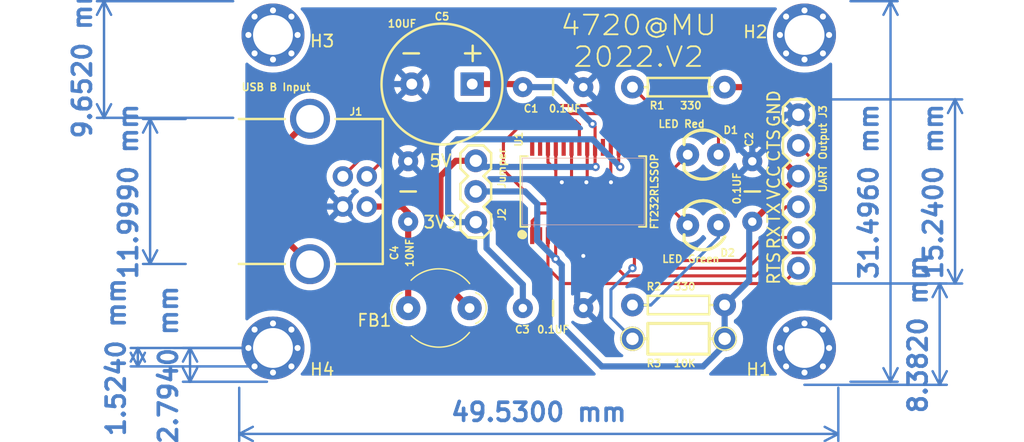
<source format=kicad_pcb>
(kicad_pcb (version 20211014) (generator pcbnew)
  (title_block (title "USB to UART Converter") (date "2022-09-28") (rev "2.0") (company "Cristinel Ababei"))
  (layers (0 "F.Cu" signal) (31 "B.Cu" signal) (34 "B.Paste" user) (35 "F.Paste" user) (36 "B.SilkS" user "B.Silkscreen") (37 "F.SilkS" user "F.Silkscreen") (38 "B.Mask" user) (39 "F.Mask" user) (44 "Edge.Cuts" user))
  (net 0 "")
  (net 1 "/TX")
  (net 3 "/RTS")
  (net 4 "VCCIO")
  (net 5 "/RX")
  (net 7 "GND")
  (net 10 "/CTS")
  (net 13 "Net-(R3-PadP$1)")
  (net 14 "Net-(U1-Pad15)")
  (net 15 "Net-(U1-Pad16)")
  (net 16 "/3V3OUT")
  (net 18 "/VCC")
  (net 19 "Net-(D2-PadK)")
  (net 20 "Net-(D1-PadK)")
  (net 23 "Net-(D1-PadA)")
  (net 24 "Net-(D2-PadA)")
  (net 25 "Net-(C4-Pad1)")
  (net 26 "Net-(J1-PadSHLD)")
  (footprint "Capacitors:CAP-PTH-5MM" (layer "F.Cu") (at 128.05664 146.812)
    (fp_text reference "C3" (at -2.54 1.778) (layer "F.SilkS") (effects (font (size 0.6096 0.6096) (thickness 0.127))))
    (fp_text value "0.1UF" (at 0 1.778) (layer "F.SilkS") (effects (font (size 0.6096 0.6096) (thickness 0.127))))
    (pad "1" thru_hole circle locked (at -2.49936 0) (size 1.651 1.651) (drill 0.6985) (layers *.Cu *.Mask) (net 16 "/3V3OUT"))
    (pad "2" thru_hole circle locked (at 2.49936 0) (size 1.651 1.651) (drill 0.6985) (layers *.Cu *.Mask) (net 7 "GND"))
  )
  (footprint "Hardware:STANDOFF_GROUNDING" (layer "F.Cu") (at 148.844 150.114)
    (fp_text reference "H1" (at -3.81 1.778) (layer "F.SilkS"))
    (fp_text value "1")
    (pad "1" thru_hole circle locked (at 1.524 1.524) (size 0.5 0.5) (drill 0.5) (layers *.Cu *.Mask))
    (pad "1" thru_hole circle locked (at 1.524 -1.524) (size 0.5 0.5) (drill 0.5) (layers *.Cu *.Mask))
    (pad "1" thru_hole circle locked (at -2.032 0) (size 0.5 0.5) (drill 0.5) (layers *.Cu *.Mask))
    (pad "1" thru_hole circle locked (at -1.524 1.524) (size 0.5 0.5) (drill 0.5) (layers *.Cu *.Mask))
    (pad "1" thru_hole circle locked (at 0 0) (size 5.2 5.2) (drill 3.302) (layers *.Cu *.Mask))
    (pad "1" thru_hole circle locked (at 0 -2.032) (size 0.5 0.5) (drill 0.5) (layers *.Cu *.Mask))
    (pad "1" thru_hole circle locked (at -1.524 -1.524) (size 0.5 0.5) (drill 0.5) (layers *.Cu *.Mask))
    (pad "1" thru_hole circle locked (at 0 2.032) (size 0.5 0.5) (drill 0.5) (layers *.Cu *.Mask))
    (pad "1" thru_hole circle locked (at 2.032 0) (size 0.5 0.5) (drill 0.5) (layers *.Cu *.Mask))
  )
  (footprint "Capacitors:CAP-PTH-5MM" (layer "F.Cu") (at 116.078 137.16 90)
    (fp_text reference "C4" (at -5.08 -1.143 90) (layer "F.SilkS") (effects (font (size 0.6096 0.6096) (thickness 0.127))))
    (fp_text value "10NF" (at -5.08 0.127 90) (layer "F.SilkS") (effects (font (size 0.6096 0.6096) (thickness 0.127))))
    (pad "1" thru_hole circle locked (at -2.49936 0 90) (size 1.651 1.651) (drill 0.6985) (layers *.Cu *.Mask) (net 25 "Net-(C4-Pad1)"))
    (pad "2" thru_hole circle locked (at 2.49936 0 90) (size 1.651 1.651) (drill 0.6985) (layers *.Cu *.Mask) (net 7 "GND"))
  )
  (footprint "Capacitors:CAP-PTH-5MM" (layer "F.Cu") (at 128.05664 128.524)
    (fp_text reference "C1" (at -1.81864 1.778) (layer "F.SilkS") (effects (font (size 0.6096 0.6096) (thickness 0.127))))
    (fp_text value "0.1UF" (at 0.97536 1.778) (layer "F.SilkS") (effects (font (size 0.6096 0.6096) (thickness 0.127))))
    (pad "1" thru_hole circle locked (at -2.49936 0) (size 1.651 1.651) (drill 0.6985) (layers *.Cu *.Mask) (net 18 "/VCC"))
    (pad "2" thru_hole circle locked (at 2.49936 0) (size 1.651 1.651) (drill 0.6985) (layers *.Cu *.Mask) (net 7 "GND"))
  )
  (footprint "Hardware:STANDOFF_GROUNDING" (layer "F.Cu") (at 104.902 150.114)
    (fp_text reference "H4" (at 4.064 1.778) (layer "F.SilkS"))
    (fp_text value "4")
    (pad "1" thru_hole circle locked (at -2.032 0) (size 0.5 0.5) (drill 0.5) (layers *.Cu *.Mask))
    (pad "1" thru_hole circle locked (at -1.524 1.524) (size 0.5 0.5) (drill 0.5) (layers *.Cu *.Mask))
    (pad "1" thru_hole circle locked (at 0 -2.032) (size 0.5 0.5) (drill 0.5) (layers *.Cu *.Mask))
    (pad "1" thru_hole circle locked (at -1.524 -1.524) (size 0.5 0.5) (drill 0.5) (layers *.Cu *.Mask))
    (pad "1" thru_hole circle locked (at 2.032 0) (size 0.5 0.5) (drill 0.5) (layers *.Cu *.Mask))
    (pad "1" thru_hole circle locked (at 1.524 1.524) (size 0.5 0.5) (drill 0.5) (layers *.Cu *.Mask))
    (pad "1" thru_hole circle locked (at 1.524 -1.524) (size 0.5 0.5) (drill 0.5) (layers *.Cu *.Mask))
    (pad "1" thru_hole circle locked (at 0 0) (size 5.2 5.2) (drill 3.302) (layers *.Cu *.Mask))
    (pad "1" thru_hole circle locked (at 0 2.032) (size 0.5 0.5) (drill 0.5) (layers *.Cu *.Mask))
  )
  (footprint "Connectors:USB-B-PTH" (layer "F.Cu") (at 106.68 137.16)
    (fp_text reference "J1" (at 5.08 -6.604) (layer "F.SilkS") (effects (font (size 0.6096 0.6096) (thickness 0.127))))
    (fp_text value "USB B Input" (at -1.524 -8.636) (layer "F.SilkS") (effects (font (size 0.6096 0.6096) (thickness 0.127))))
    (pad "D+" thru_hole circle locked (at 3.99796 -1.24968) (size 1.6764 1.6764) (drill 0.9144) (layers *.Cu *.Mask) (net 14 "Net-(U1-Pad15)"))
    (pad "D-" thru_hole circle locked (at 5.97916 -1.24968) (size 1.6764 1.6764) (drill 0.9144) (layers *.Cu *.Mask) (net 15 "Net-(U1-Pad16)"))
    (pad "GND" thru_hole circle locked (at 3.99796 1.24968) (size 1.6764 1.6764) (drill 0.9144) (layers *.Cu *.Mask) (net 7 "GND"))
    (pad "SHLD" thru_hole circle locked (at 1.28016 -6.0198) (size 3.302 3.302) (drill 2.286) (layers *.Cu *.Mask) (net 26 "Net-(J1-PadSHLD)"))
    (pad "SHLD" thru_hole circle locked (at 1.28016 6.0198) (size 3.302 3.302) (drill 2.286) (layers *.Cu *.Mask) (net 26 "Net-(J1-PadSHLD)"))
    (pad "VBUS" thru_hole circle locked (at 5.97916 1.24968) (size 1.6764 1.6764) (drill 0.9144) (layers *.Cu *.Mask) (net 25 "Net-(C4-Pad1)"))
  )
  (footprint "Connectors:1X06" (layer "F.Cu") (at 148.336 130.81 -90)
    (fp_text reference "J3" (at -0.254 -2.032 90) (layer "F.SilkS") (effects (font (size 0.6096 0.6096) (thickness 0.127))))
    (fp_text value "UART Output" (at 3.556 -2.032 90) (layer "F.SilkS") (effects (font (size 0.6096 0.6096) (thickness 0.127))))
    (pad "1" thru_hole circle locked (at 0 0 270) (size 1.8796 1.8796) (drill 1.016) (layers *.Cu *.Mask) (net 7 "GND"))
    (pad "2" thru_hole circle locked (at 2.54 0 270) (size 1.8796 1.8796) (drill 1.016) (layers *.Cu *.Mask) (net 10 "/CTS"))
    (pad "3" thru_hole circle locked (at 5.08 0 270) (size 1.8796 1.8796) (drill 1.016) (layers *.Cu *.Mask) (net 4 "VCCIO"))
    (pad "4" thru_hole circle locked (at 7.62 0 270) (size 1.8796 1.8796) (drill 1.016) (layers *.Cu *.Mask) (net 1 "/TX"))
    (pad "5" thru_hole circle locked (at 10.16 0 270) (size 1.8796 1.8796) (drill 1.016) (layers *.Cu *.Mask) (net 5 "/RX"))
    (pad "6" thru_hole circle locked (at 12.7 0 270) (size 1.8796 1.8796) (drill 1.016) (layers *.Cu *.Mask) (net 3 "/RTS"))
  )
  (footprint "Resistors:AXIAL-0.3" (layer "F.Cu") (at 138.43 128.524)
    (fp_text reference "R1" (at -1.778 1.524) (layer "F.SilkS") (effects (font (size 0.6096 0.6096) (thickness 0.127))))
    (fp_text value "330" (at 1.016 1.524) (layer "F.SilkS") (effects (font (size 0.6096 0.6096) (thickness 0.127))))
    (pad "P$1" thru_hole circle locked (at -3.81 0) (size 1.8796 1.8796) (drill 0.89916) (layers *.Cu *.Mask) (net 23 "Net-(D1-PadA)"))
    (pad "P$2" thru_hole circle locked (at 3.81 0) (size 1.8796 1.8796) (drill 0.89916) (layers *.Cu *.Mask) (net 4 "VCCIO"))
  )
  (footprint "Resistors:AXIAL-0.3-KIT" (layer "F.Cu") (at 138.43 149.352)
    (fp_text reference "R3" (at -2.032 2.032) (layer "F.SilkS") (effects (font (size 0.6096 0.6096) (thickness 0.127))))
    (fp_text value "10K" (at 0.508 2.032) (layer "F.SilkS") (effects (font (size 0.6096 0.6096) (thickness 0.127))))
    (pad "P$1" thru_hole circle locked (at -3.81 0) (size 2.032 2.032) (drill 1.016) (layers *.Cu *.Mask) (net 13 "Net-(R3-PadP$1)"))
    (pad "P$2" thru_hole circle locked (at 3.81 0) (size 2.032 2.032) (drill 1.016) (layers *.Cu *.Mask) (net 4 "VCCIO"))
  )
  (footprint "Ferrite_THT:LairdTech_28C0236-0JW-10" (layer "F.Cu") (at 116.078 146.812)
    (fp_text reference "FB1" (at -2.794 1.016) (layer "F.SilkS"))
    (fp_text value "FerriteBead")
    (pad "1" thru_hole circle (at 0 0) (size 2 2) (drill 0.8) (layers *.Cu *.Mask) (net 25 "Net-(C4-Pad1)"))
    (pad "2" thru_hole circle (at 5.08 0) (size 2 2) (drill 0.8) (layers *.Cu *.Mask) (net 18 "/VCC"))
  )
  (footprint "Hardware:STANDOFF_GROUNDING" (layer "F.Cu") (at 148.844 124.206)
    (fp_text reference "H2" (at -4.064 -0.254) (layer "F.SilkS"))
    (fp_text value "2")
    (pad "1" thru_hole circle locked (at 2.032 0) (size 0.5 0.5) (drill 0.5) (layers *.Cu *.Mask))
    (pad "1" thru_hole circle locked (at 0 2.032) (size 0.5 0.5) (drill 0.5) (layers *.Cu *.Mask))
    (pad "1" thru_hole circle locked (at 0 -2.032) (size 0.5 0.5) (drill 0.5) (layers *.Cu *.Mask))
    (pad "1" thru_hole circle locked (at 1.524 1.524) (size 0.5 0.5) (drill 0.5) (layers *.Cu *.Mask))
    (pad "1" thru_hole circle locked (at 1.524 -1.524) (size 0.5 0.5) (drill 0.5) (layers *.Cu *.Mask))
    (pad "1" thru_hole circle locked (at -2.032 0) (size 0.5 0.5) (drill 0.5) (layers *.Cu *.Mask))
    (pad "1" thru_hole circle locked (at -1.524 -1.524) (size 0.5 0.5) (drill 0.5) (layers *.Cu *.Mask))
    (pad "1" thru_hole circle locked (at 0 0) (size 5.2 5.2) (drill 3.302) (layers *.Cu *.Mask))
    (pad "1" thru_hole circle locked (at -1.524 1.524) (size 0.5 0.5) (drill 0.5) (layers *.Cu *.Mask))
  )
  (footprint "LED:LED_3MM" (layer "F.Cu") (at 140.462 139.954 180)
    (fp_text reference "D2" (at -2.032 -2.286) (layer "F.SilkS") (effects (font (size 0.6096 0.6096) (thickness 0.127))))
    (fp_text value "LED Green" (at 1.016 -2.794) (layer "F.SilkS") (effects (font (size 0.6096 0.6096) (thickness 0.127))))
    (pad "A" thru_hole circle locked (at -1.27 0 180) (size 1.8796 1.8796) (drill 0.8128) (layers *.Cu *.Mask) (net 24 "Net-(D2-PadA)"))
    (pad "K" thru_hole circle locked (at 1.27 0 180) (size 1.8796 1.8796) (drill 0.8128) (layers *.Cu *.Mask) (net 19 "Net-(D2-PadK)"))
  )
  (footprint "Silicon-Standard:SSOP28DB" (layer "F.Cu") (at 130.556 137.16)
    (fp_text reference "U1" (at -5.334 -4.318 90) (layer "F.SilkS") (effects (font (size 0.6096 0.6096) (thickness 0.127))))
    (fp_text value "FT232RLSSOP" (at 5.88518 0 90) (layer "F.SilkS") (effects (font (size 0.6096 0.6096) (thickness 0.127))))
    (pad "1" smd rect locked (at -4.22402 3.65506) (size 0.34798 1.397) (layers "F.Cu" "F.Paste" "F.Mask") (net 1 "/TX"))
    (pad "2" smd rect locked (at -3.57378 3.65506) (size 0.34798 1.397) (layers "F.Cu" "F.Paste" "F.Mask"))
    (pad "3" smd rect locked (at -2.92354 3.65506) (size 0.34798 1.397) (layers "F.Cu" "F.Paste" "F.Mask") (net 3 "/RTS"))
    (pad "4" smd rect locked (at -2.2733 3.65506) (size 0.34798 1.397) (layers "F.Cu" "F.Paste" "F.Mask") (net 4 "VCCIO"))
    (pad "5" smd rect locked (at -1.62306 3.65506) (size 0.34798 1.397) (layers "F.Cu" "F.Paste" "F.Mask") (net 5 "/RX"))
    (pad "6" smd rect locked (at -0.97282 3.65506) (size 0.34798 1.397) (layers "F.Cu" "F.Paste" "F.Mask"))
    (pad "7" smd rect locked (at -0.32258 3.65506) (size 0.34798 1.397) (layers "F.Cu" "F.Paste" "F.Mask") (net 7 "GND"))
    (pad "8" smd rect locked (at 0.32258 3.65506) (size 0.34798 1.397) (layers "F.Cu" "F.Paste" "F.Mask"))
    (pad "9" smd rect locked (at 0.97282 3.65506) (size 0.34798 1.397) (layers "F.Cu" "F.Paste" "F.Mask"))
    (pad "10" smd rect locked (at 1.62306 3.65506) (size 0.34798 1.397) (layers "F.Cu" "F.Paste" "F.Mask"))
    (pad "11" smd rect locked (at 2.2733 3.65506) (size 0.34798 1.397) (layers "F.Cu" "F.Paste" "F.Mask") (net 10 "/CTS"))
    (pad "12" smd rect locked (at 2.92354 3.65506) (size 0.34798 1.397) (layers "F.Cu" "F.Paste" "F.Mask"))
    (pad "13" smd rect locked (at 3.57378 3.65506) (size 0.34798 1.397) (layers "F.Cu" "F.Paste" "F.Mask"))
    (pad "14" smd rect locked (at 4.22402 3.65506) (size 0.34798 1.397) (layers "F.Cu" "F.Paste" "F.Mask") (net 13 "Net-(R3-PadP$1)"))
    (pad "15" smd rect locked (at 4.22402 -3.65506) (size 0.34798 1.397) (layers "F.Cu" "F.Paste" "F.Mask") (net 14 "Net-(U1-Pad15)"))
    (pad "16" smd rect locked (at 3.57378 -3.65506) (size 0.34798 1.397) (layers "F.Cu" "F.Paste" "F.Mask") (net 15 "Net-(U1-Pad16)"))
    (pad "17" smd rect locked (at 2.92354 -3.65506) (size 0.34798 1.397) (layers "F.Cu" "F.Paste" "F.Mask") (net 16 "/3V3OUT"))
    (pad "18" smd rect locked (at 2.2733 -3.65506) (size 0.34798 1.397) (layers "F.Cu" "F.Paste" "F.Mask") (net 7 "GND"))
    (pad "19" smd rect locked (at 1.62306 -3.65506) (size 0.34798 1.397) (layers "F.Cu" "F.Paste" "F.Mask"))
    (pad "20" smd rect locked (at 0.97282 -3.65506) (size 0.34798 1.397) (layers "F.Cu" "F.Paste" "F.Mask") (net 18 "/VCC"))
    (pad "21" smd rect locked (at 0.32258 -3.65506) (size 0.34798 1.397) (layers "F.Cu" "F.Paste" "F.Mask") (net 7 "GND"))
    (pad "22" smd rect locked (at -0.32258 -3.65506) (size 0.34798 1.397) (layers "F.Cu" "F.Paste" "F.Mask") (net 19 "Net-(D2-PadK)"))
    (pad "23" smd rect locked (at -0.97282 -3.65506) (size 0.34798 1.397) (layers "F.Cu" "F.Paste" "F.Mask") (net 20 "Net-(D1-PadK)"))
    (pad "24" smd rect locked (at -1.62306 -3.65506) (size 0.34798 1.397) (layers "F.Cu" "F.Paste" "F.Mask"))
    (pad "25" smd rect locked (at -2.2733 -3.65506) (size 0.34798 1.397) (layers "F.Cu" "F.Paste" "F.Mask") (net 7 "GND"))
    (pad "26" smd rect locked (at -2.92354 -3.65506) (size 0.34798 1.397) (layers "F.Cu" "F.Paste" "F.Mask") (net 7 "GND"))
    (pad "27" smd rect locked (at -3.57378 -3.65506) (size 0.34798 1.397) (layers "F.Cu" "F.Paste" "F.Mask"))
    (pad "28" smd rect locked (at -4.22402 -3.65506) (size 0.34798 1.397) (layers "F.Cu" "F.Paste" "F.Mask"))
  )
  (footprint "Capacitors:CAP-PTH-5MM" (layer "F.Cu") (at 144.526 137.16 90)
    (fp_text reference "C2" (at 4.318 -0.254 90) (layer "F.SilkS") (effects (font (size 0.6096 0.6096) (thickness 0.127))))
    (fp_text value "0.1UF" (at 0.254 -1.27 90) (layer "F.SilkS") (effects (font (size 0.6096 0.6096) (thickness 0.127))))
    (pad "1" thru_hole circle locked (at -2.49936 0 90) (size 1.651 1.651) (drill 0.6985) (layers *.Cu *.Mask) (net 4 "VCCIO"))
    (pad "2" thru_hole circle locked (at 2.49936 0 90) (size 1.651 1.651) (drill 0.6985) (layers *.Cu *.Mask) (net 7 "GND"))
  )
  (footprint "Connectors:1X03" (layer "F.Cu") (at 121.666 139.7 90)
    (fp_text reference "J2" (at 0.635 2.159 90) (layer "F.SilkS") (effects (font (size 0.6096 0.6096) (thickness 0.127))))
    (fp_text value "Jumper" (at 4.445 2.159 90) (layer "F.SilkS") (effects (font (size 0.6096 0.6096) (thickness 0.127))))
    (pad "1" thru_hole circle locked (at 0 0 90) (size 1.8796 1.8796) (drill 1.016) (layers *.Cu *.Mask) (net 16 "/3V3OUT"))
    (pad "2" thru_hole circle locked (at 2.54 0 90) (size 1.8796 1.8796) (drill 1.016) (layers *.Cu *.Mask) (net 4 "VCCIO"))
    (pad "3" thru_hole circle locked (at 5.08 0 90) (size 1.8796 1.8796) (drill 1.016) (layers *.Cu *.Mask) (net 18 "/VCC"))
  )
  (footprint "Resistors:AXIAL-0.3" (layer "F.Cu") (at 138.43 146.558)
    (fp_text reference "R2" (at -2.032 -1.524) (layer "F.SilkS") (effects (font (size 0.6096 0.6096) (thickness 0.127))))
    (fp_text value "330" (at 0.508 -1.524) (layer "F.SilkS") (effects (font (size 0.6096 0.6096) (thickness 0.127))))
    (pad "P$1" thru_hole circle locked (at -3.81 0) (size 1.8796 1.8796) (drill 0.89916) (layers *.Cu *.Mask) (net 24 "Net-(D2-PadA)"))
    (pad "P$2" thru_hole circle locked (at 3.81 0) (size 1.8796 1.8796) (drill 0.89916) (layers *.Cu *.Mask) (net 4 "VCCIO"))
  )
  (footprint "Capacitors:CPOL-RADIAL-5MM-10MM" (layer "F.Cu") (at 118.872 128.27)
    (fp_text reference "C5" (at 0 -5.588) (layer "F.SilkS") (effects (font (size 0.6096 0.6096) (thickness 0.127))))
    (fp_text value "10UF" (at -3.302 -4.99872) (layer "F.SilkS") (effects (font (size 0.6096 0.6096) (thickness 0.127))))
    (pad "+" thru_hole rect locked (at 2.49936 0) (size 1.9304 1.9304) (drill 0.89916) (layers *.Cu *.Mask) (net 18 "/VCC"))
    (pad "-" thru_hole circle locked (at -2.49936 0) (size 1.9304 1.9304) (drill 0.89916) (layers *.Cu *.Mask) (net 7 "GND"))
  )
  (footprint "Hardware:STANDOFF_GROUNDING" (layer "F.Cu") (at 104.902 124.206)
    (fp_text reference "H3" (at 4.064 0.508) (layer "F.SilkS"))
    (fp_text value "3")
    (pad "1" thru_hole circle locked (at 1.524 -1.524) (size 0.5 0.5) (drill 0.5) (layers *.Cu *.Mask))
    (pad "1" thru_hole circle locked (at 0 2.032) (size 0.5 0.5) (drill 0.5) (layers *.Cu *.Mask))
    (pad "1" thru_hole circle locked (at 0 -2.032) (size 0.5 0.5) (drill 0.5) (layers *.Cu *.Mask))
    (pad "1" thru_hole circle locked (at -2.032 0) (size 0.5 0.5) (drill 0.5) (layers *.Cu *.Mask))
    (pad "1" thru_hole circle locked (at -1.524 -1.524) (size 0.5 0.5) (drill 0.5) (layers *.Cu *.Mask))
    (pad "1" thru_hole circle locked (at -1.524 1.524) (size 0.5 0.5) (drill 0.5) (layers *.Cu *.Mask))
    (pad "1" thru_hole circle locked (at 1.524 1.524) (size 0.5 0.5) (drill 0.5) (layers *.Cu *.Mask))
    (pad "1" thru_hole circle locked (at 0 0) (size 5.2 5.2) (drill 3.302) (layers *.Cu *.Mask))
    (pad "1" thru_hole circle locked (at 2.032 0) (size 0.5 0.5) (drill 0.5) (layers *.Cu *.Mask))
  )
  (footprint "LED:LED_3MM" (layer "F.Cu") (at 140.462 134.112 180)
    (fp_text reference "D1" (at -2.286 2.032) (layer "F.SilkS") (effects (font (size 0.6096 0.6096) (thickness 0.127))))
    (fp_text value "LED Red" (at 1.778 2.54) (layer "F.SilkS") (effects (font (size 0.6096 0.6096) (thickness 0.127))))
    (pad "A" thru_hole circle locked (at -1.27 0 180) (size 1.8796 1.8796) (drill 0.8128) (layers *.Cu *.Mask) (net 23 "Net-(D1-PadA)"))
    (pad "K" thru_hole circle locked (at 1.27 0 180) (size 1.8796 1.8796) (drill 0.8128) (layers *.Cu *.Mask) (net 20 "Net-(D1-PadK)"))
  )
  (gr_line (start 102.108 131.064) (end 102.108 121.412) (layer "Edge.Cuts") (width 0.000025))
  (gr_line (start 102.108 121.412) (end 151.638 121.412) (layer "Edge.Cuts") (width 0.000025))
  (gr_line (start 151.638 121.412) (end 151.638 152.908) (layer "Edge.Cuts") (width 0.000025))
  (gr_line (start 102.108 152.908) (end 102.108 131.064) (layer "Edge.Cuts") (width 0.000025))
  (gr_line (start 151.638 152.908) (end 102.108 152.908) (layer "Edge.Cuts") (width 0.000025))
  (gr_text "GND" (at 146.304 130.302 90) (layer "F.SilkS") (effects (font (size 1 1))))
  (gr_text "RTS" (at 146.304 143.51 90) (layer "F.SilkS") (effects (font (size 1 1))))
  (gr_text "CTS" (at 146.304 133.35 90) (layer "F.SilkS") (effects (font (size 1 1))))
  (gr_text "4720@MU\n2022.V2" (at 135.128 124.714) (layer "F.SilkS") (effects (font (size 1.6256 1.778))))
  (gr_text "5V" (at 118.745 134.62) (layer "F.SilkS") (effects (font (size 1 1))))
  (gr_text "TX" (at 146.304 138.938 90) (layer "F.SilkS") (effects (font (size 1 1))))
  (gr_text "RX" (at 146.304 140.97 90) (layer "F.SilkS") (effects (font (size 1 1))))
  (gr_text "3V3" (at 118.745 139.7) (layer "F.SilkS") (effects (font (size 1 1))))
  (gr_text "VCC" (at 146.304 136.398 90) (layer "F.SilkS") (effects (font (size 1 1))))
  (dimension (type aligned) (layer "B.Cu") (pts (xy 149.606 144.78) (xy 149.606 129.54)) (height 11.684) (gr_text "0.6000 in" (at 159.49 137.16 90) (layer "B.Cu") (effects (font (size 1.5 1.5) (thickness 0.3)))) (format (units 3) (units_format 1) (precision 4)) (style (thickness 0.2) (arrow_length 1.27) (text_position_mode 0) (extension_height 0.58642) (extension_offset 0.5) keep_text_aligned))
  (dimension (type aligned) (layer "B.Cu") (pts (xy 152.146 152.908) (xy 152.146 121.412)) (height 3.81) (gr_text "1.2400 in" (at 154.156 137.16 90) (layer "B.Cu") (effects (font (size 1.5 1.5) (thickness 0.3)))) (format (units 3) (units_format 1) (precision 4)) (style (thickness 0.2) (arrow_length 1.27) (text_position_mode 0) (extension_height 0.58642) (extension_offset 0.5) keep_text_aligned))
  (dimension (type aligned) (layer "B.Cu") (pts (xy 102.108 152.908) (xy 151.638 152.908)) (height 4.318) (gr_text "1.9500 in" (at 126.873 155.426) (layer "B.Cu") (effects (font (size 1.5 1.5) (thickness 0.3)))) (format (units 3) (units_format 1) (precision 4)) (style (thickness 0.2) (arrow_length 1.27) (text_position_mode 0) (extension_height 0.58642) (extension_offset 0.5) keep_text_aligned))
  (dimension (type aligned) (layer "B.Cu") (pts (xy 102.108 131.064) (xy 102.108 121.412)) (height -11.176) (gr_text "0.3800 in" (at 89.132 126.238 90) (layer "B.Cu") (effects (font (size 1.5 1.5) (thickness 0.3)))) (format (units 3) (units_format 1) (precision 4)) (style (thickness 0.2) (arrow_length 1.27) (text_position_mode 0) (extension_height 0.58642) (extension_offset 0.5) keep_text_aligned))
  (dimension (type aligned) (layer "B.Cu") (pts (xy 104.902 150.114) (xy 104.902 151.638)) (height 11.176) (gr_text "0.0600 in" (at 91.926 150.876 90) (layer "B.Cu") (effects (font (size 1.5 1.5) (thickness 0.3)))) (format (units 3) (units_format 1) (precision 4)) (style (thickness 0.2) (arrow_length 1.27) (text_position_mode 0) (extension_height 0.58642) (extension_offset 0.5) keep_text_aligned))
  (dimension (type aligned) (layer "B.Cu") (pts (xy 148.336 144.78) (xy 148.336 153.162)) (height -11.684) (gr_text "0.3300 in" (at 158.22 148.971 90) (layer "B.Cu") (effects (font (size 1.5 1.5) (thickness 0.3)))) (format (units 3) (units_format 1) (precision 4)) (style (thickness 0.2) (arrow_length 1.27) (text_position_mode 0) (extension_height 0.58642) (extension_offset 0.5) keep_text_aligned))
  (dimension (type aligned) (layer "B.Cu") (pts (xy 104.902 152.908) (xy 104.902 150.114)) (height -6.858) (gr_text "0.1100 in" (at 96.244 151.511 90) (layer "B.Cu") (effects (font (size 1.5 1.5) (thickness 0.3)))) (format (units 3) (units_format 1) (precision 4)) (style (thickness 0.2) (arrow_length 1.27) (text_position_mode 0) (extension_height 0.58642) (extension_offset 0.5) keep_text_aligned))
  (dimension (type aligned) (layer "B.Cu") (pts (xy 98.18116 131.16052) (xy 98.18116 143.15948)) (height 3.43916) (gr_text "0.4724 in" (at 92.942 137.16 90) (layer "B.Cu") (effects (font (size 1.5 1.5) (thickness 0.3)))) (format (units 3) (units_format 1) (precision 4)) (style (thickness 0.2) (arrow_length 1.27) (text_position_mode 0) (extension_height 0.58642) (extension_offset 0.5) keep_text_aligned))
  (segment (start 126.33198 140.81506) (end 126.33198 139.60602) (width 0.254) (layer "F.Cu") (net 1))
  (segment (start 137.287 142.875) (end 143.51 142.875) (width 0.254) (layer "F.Cu") (net 1))
  (segment (start 126.33198 139.60602) (end 127 138.938) (width 0.254) (layer "F.Cu") (net 1))
  (segment (start 136.398 141.986) (end 137.287 142.875) (width 0.254) (layer "F.Cu") (net 1))
  (segment (start 146.05 140.335) (end 146.05 139.7) (width 0.254) (layer "F.Cu") (net 1))
  (segment (start 127 138.938) (end 135.636 138.938) (width 0.254) (layer "F.Cu") (net 1))
  (segment (start 147.32 138.43) (end 148.336 138.43) (width 0.254) (layer "F.Cu") (net 1))
  (segment (start 143.51 142.875) (end 146.05 140.335) (width 0.254) (layer "F.Cu") (net 1))
  (segment (start 135.636 138.938) (end 136.398 139.7) (width 0.254) (layer "F.Cu") (net 1))
  (segment (start 146.05 139.7) (end 147.32 138.43) (width 0.254) (layer "F.Cu") (net 1))
  (segment (start 136.398 139.7) (end 136.398 141.986) (width 0.254) (layer "F.Cu") (net 1))
  (segment (start 127.63246 143.50746) (end 127.63246 140.81506) (width 0.254) (layer "F.Cu") (net 3))
  (segment (start 147.066 144.78) (end 128.905 144.78) (width 0.254) (layer "F.Cu") (net 3))
  (segment (start 148.336 143.51) (end 147.066 144.78) (width 0.254) (layer "F.Cu") (net 3))
  (segment (start 128.905 144.78) (end 127.63246 143.50746) (width 0.254) (layer "F.Cu") (net 3))
  (segment (start 146.05 133.604) (end 146.05 130.175) (width 0.508) (layer "F.Cu") (net 4))
  (segment (start 144.399 128.524) (end 142.24 128.524) (width 0.508) (layer "F.Cu") (net 4))
  (segment (start 148.336 135.89) (end 144.56664 139.65936) (width 0.508) (layer "F.Cu") (net 4))
  (segment (start 146.05 130.175) (end 144.399 128.524) (width 0.508) (layer "F.Cu") (net 4))
  (segment (start 144.56664 139.65936) (end 144.526 139.65936) (width 0.508) (layer "F.Cu") (net 4))
  (segment (start 148.336 135.89) (end 146.05 133.604) (width 0.508) (layer "F.Cu") (net 4))
  (segment (start 128.27 140.82776) (end 128.2827 140.81506) (width 0.254) (layer "F.Cu") (net 4))
  (segment (start 128.27 142.748) (end 128.27 140.82776) (width 0.254) (layer "F.Cu") (net 4))
  (via (at 128.27 142.748) (size 0.6858) (drill 0.3302) (layers "F.Cu" "B.Cu") (net 4))
  (segment (start 126.746 138.176) (end 126.746 141.224) (width 0.508) (layer "B.Cu") (net 4))
  (segment (start 128.778 148.336) (end 128.778 143.256) (width 0.508) (layer "B.Cu") (net 4))
  (segment (start 142.24 149.352) (end 142.24 146.558) (width 0.508) (layer "B.Cu") (net 4))
  (segment (start 142.24 149.86) (end 140.462 151.638) (width 0.508) (layer "B.Cu") (net 4))
  (segment (start 128.27 142.748) (end 126.746 141.224) (width 0.508) (layer "B.Cu") (net 4))
  (segment (start 140.462 151.638) (end 132.08 151.638) (width 0.508) (layer "B.Cu") (net 4))
  (segment (start 144.526 139.7) (end 144.272 139.954) (width 0.508) (layer "B.Cu") (net 4))
  (segment (start 142.24 149.352) (end 142.24 149.86) (width 0.508) (layer "B.Cu") (net 4))
  (segment (start 144.526 139.65936) (end 144.526 139.7) (width 0.508) (layer "B.Cu") (net 4))
  (segment (start 121.666 137.16) (end 125.73 137.16) (width 0.508) (layer "B.Cu") (net 4))
  (segment (start 125.73 137.16) (end 126.746 138.176) (width 0.508) (layer "B.Cu") (net 4))
  (segment (start 132.08 151.638) (end 128.778 148.336) (width 0.508) (layer "B.Cu") (net 4))
  (segment (start 144.272 139.954) (end 144.272 144.526) (width 0.508) (layer "B.Cu") (net 4))
  (segment (start 128.778 143.256) (end 128.27 142.748) (width 0.508) (layer "B.Cu") (net 4))
  (segment (start 144.272 144.526) (end 142.24 146.558) (width 0.508) (layer "B.Cu") (net 4))
  (segment (start 148.336 140.97) (end 146.685 140.97) (width 0.254) (layer "F.Cu") (net 5))
  (segment (start 137.16 143.51) (end 135.89 142.24) (width 0.254) (layer "F.Cu") (net 5))
  (segment (start 128.905 140.78712) (end 128.93294 140.81506) (width 0.254) (layer "F.Cu") (net 5))
  (segment (start 146.685 140.97) (end 144.145 143.51) (width 0.254) (layer "F.Cu") (net 5))
  (segment (start 135.89 142.24) (end 135.89 139.954) (width 0.254) (layer "F.Cu") (net 5))
  (segment (start 129.286 139.446) (end 128.93294 139.79906) (width 0.254) (layer "F.Cu") (net 5))
  (segment (start 135.382 139.446) (end 129.286 139.446) (width 0.254) (layer "F.Cu") (net 5))
  (segment (start 144.145 143.51) (end 137.16 143.51) (width 0.254) (layer "F.Cu") (net 5))
  (segment (start 128.93294 139.79906) (end 128.93294 140.81506) (width 0.254) (layer "F.Cu") (net 5))
  (segment (start 135.89 139.954) (end 135.382 139.446) (width 0.254) (layer "F.Cu") (net 5))
  (segment (start 127.63246 134.74446) (end 128.2827 135.3947) (width 0.254) (layer "F.Cu") (net 7))
  (segment (start 127.63246 133.50494) (end 127.63246 134.74446) (width 0.254) (layer "F.Cu") (net 7))
  (segment (start 130.23342 142.17142) (end 130.556 142.494) (width 0.254) (layer "F.Cu") (net 7))
  (segment (start 128.2827 136.1567) (end 128.524 136.398) (width 0.254) (layer "F.Cu") (net 7))
  (segment (start 130.87858 133.50494) (end 130.87858 136.32942) (width 0.254) (layer "F.Cu") (net 7))
  (segment (start 128.524 136.398) (end 128.778 136.398) (width 0.254) (layer "F.Cu") (net 7))
  (segment (start 132.8293 136.3853) (end 132.842 136.398) (width 0.254) (layer "F.Cu") (net 7))
  (segment (start 132.8293 133.50494) (end 132.8293 136.3853) (width 0.254) (layer "F.Cu") (net 7))
  (segment (start 128.2827 135.3947) (end 128.2827 136.1567) (width 0.254) (layer "F.Cu") (net 7))
  (segment (start 130.87858 136.32942) (end 130.81 136.398) (width 0.254) (layer "F.Cu") (net 7))
  (segment (start 128.2827 133.50494) (end 128.2827 135.3947) (width 0.254) (layer "F.Cu") (net 7))
  (segment (start 130.23342 140.81506) (end 130.23342 142.17142) (width 0.254) (layer "F.Cu") (net 7))
  (via (at 130.81 136.398) (size 0.6858) (drill 0.3302) (layers "F.Cu" "B.Cu") (net 7))
  (via (at 132.842 136.398) (size 0.6858) (drill 0.3302) (layers "F.Cu" "B.Cu") (net 7))
  (via (at 128.778 136.398) (size 0.6858) (drill 0.3302) (layers "F.Cu" "B.Cu") (net 7))
  (via (at 130.556 142.494) (size 0.6858) (drill 0.3302) (layers "F.Cu" "B.Cu") (net 7))
  (segment (start 130.048 143.002) (end 132.842 140.208) (width 0.508) (layer "B.Cu") (net 7))
  (segment (start 142.78864 136.398) (end 144.526 134.66064) (width 0.508) (layer "B.Cu") (net 7))
  (segment (start 112.014 130.81) (end 114.554 128.27) (width 0.508) (layer "B.Cu") (net 7))
  (segment (start 110.67796 138.40968) (end 108.94568 138.40968) (width 0.508) (layer "B.Cu") (net 7))
  (segment (start 116.078 134.66064) (end 112.22736 130.81) (width 0.508) (layer "B.Cu") (net 7))
  (segment (start 144.526 133.35) (end 144.526 134.66064) (width 0.508) (layer "B.Cu") (net 7))
  (segment (start 114.554 128.27) (end 116.37264 128.27) (width 0.508) (layer "B.Cu") (net 7))
  (segment (start 116.37264 128.27) (end 118.15064 126.492) (width 0.508) (layer "B.Cu") (net 7))
  (segment (start 107.95 137.414) (end 107.95 134.874) (width 0.508) (layer "B.Cu") (net 7))
  (segment (start 132.842 136.398) (end 128.778 136.398) (width 0.508) (layer "B.Cu") (net 7))
  (segment (start 118.15064 126.492) (end 128.524 126.492) (width 0.508) (layer "B.Cu") (net 7))
  (segment (start 147.32 130.81) (end 148.336 130.81) (width 0.508) (layer "B.Cu") (net 7))
  (segment (start 130.048 146.304) (end 130.048 143.002) (width 0.508) (layer "B.Cu") (net 7))
  (segment (start 108.94568 138.40968) (end 107.95 137.414) (width 0.508) (layer "B.Cu") (net 7))
  (segment (start 144.78 133.35) (end 147.32 130.81) (width 0.508) (layer "B.Cu") (net 7))
  (segment (start 128.524 126.492) (end 130.556 128.524) (width 0.508) (layer "B.Cu") (net 7))
  (segment (start 141.732 130.556) (end 144.526 133.35) (width 0.508) (layer "B.Cu") (net 7))
  (segment (start 130.556 128.524) (end 132.588 130.556) (width 0.508) (layer "B.Cu") (net 7))
  (segment (start 132.842 140.208) (end 132.842 136.398) (width 0.508) (layer "B.Cu") (net 7))
  (segment (start 132.588 130.556) (end 141.732 130.556) (width 0.508) (layer "B.Cu") (net 7))
  (segment (start 112.22736 130.81) (end 112.014 130.81) (width 0.508) (layer "B.Cu") (net 7))
  (segment (start 144.526 133.35) (end 144.78 133.35) (width 0.508) (layer "B.Cu") (net 7))
  (segment (start 107.95 134.874) (end 112.014 130.81) (width 0.508) (layer "B.Cu") (net 7))
  (segment (start 130.556 146.812) (end 130.048 146.304) (width 0.508) (layer "B.Cu") (net 7))
  (segment (start 132.842 136.398) (end 142.78864 136.398) (width 0.508) (layer "B.Cu") (net 7))
  (segment (start 144.78 144.145) (end 133.985 144.145) (width 0.254) (layer "F.Cu") (net 10))
  (segment (start 146.05 142.875) (end 144.78 144.145) (width 0.254) (layer "F.Cu") (net 10))
  (segment (start 150.495 135.509) (end 150.495 138.43) (width 0.254) (layer "F.Cu") (net 10))
  (segment (start 132.8293 142.9893) (end 133.985 144.145) (width 0.254) (layer "F.Cu") (net 10))
  (segment (start 150.495 141.605) (end 149.86 142.24) (width 0.254) (layer "F.Cu") (net 10))
  (segment (start 146.685 142.24) (end 146.05 142.875) (width 0.254) (layer "F.Cu") (net 10))
  (segment (start 148.336 133.35) (end 150.495 135.509) (width 0.254) (layer "F.Cu") (net 10))
  (segment (start 132.8293 140.81506) (end 132.8293 142.9893) (width 0.254) (layer "F.Cu") (net 10))
  (segment (start 150.495 138.43) (end 150.495 141.605) (width 0.254) (layer "F.Cu") (net 10))
  (segment (start 149.86 142.24) (end 146.685 142.24) (width 0.254) (layer "F.Cu") (net 10))
  (segment (start 134.62 143.51) (end 134.78002 143.34998) (width 0.254) (layer "F.Cu") (net 13))
  (segment (start 134.78002 143.34998) (end 134.78002 140.81506) (width 0.254) (layer "F.Cu") (net 13))
  (via (at 134.62 143.51) (size 0.6858) (drill 0.3302) (layers "F.Cu" "B.Cu") (net 13))
  (segment (start 132.842 145.288) (end 134.62 143.51) (width 0.254) (layer "B.Cu") (net 13))
  (segment (start 132.842 147.574) (end 132.842 145.288) (width 0.254) (layer "B.Cu") (net 13))
  (segment (start 134.62 149.352) (end 132.842 147.574) (width 0.254) (layer "B.Cu") (net 13))
  (segment (start 134.78002 130.90398) (end 133.92404 130.048) (width 0.254) (layer "F.Cu") (net 14))
  (segment (start 133.92404 130.048) (end 133.604 130.048) (width 0.254) (layer "F.Cu") (net 14))
  (segment (start 116.54028 130.048) (end 133.604 130.048) (width 0.254) (layer "F.Cu") (net 14))
  (segment (start 134.78002 130.90398) (end 134.78002 133.50494) (width 0.254) (layer "F.Cu") (net 14))
  (segment (start 110.67796 135.91032) (end 116.54028 130.048) (width 0.254) (layer "F.Cu") (net 14))
  (segment (start 117.856 130.71348) (end 133.50748 130.71348) (width 0.254) (layer "F.Cu") (net 15))
  (segment (start 133.50748 130.71348) (end 134.12978 131.33578) (width 0.254) (layer "F.Cu") (net 15))
  (segment (start 134.12978 131.33578) (end 134.12978 133.50494) (width 0.254) (layer "F.Cu") (net 15))
  (segment (start 112.65916 135.91032) (end 117.856 130.71348) (width 0.254) (layer "F.Cu") (net 15))
  (segment (start 133.47954 135.00354) (end 133.604 135.128) (width 0.254) (layer "F.Cu") (net 16))
  (segment (start 133.47954 133.50494) (end 133.47954 135.00354) (width 0.254) (layer "F.Cu") (net 16))
  (via (at 133.604 135.128) (size 0.6858) (drill 0.3302) (layers "F.Cu" "B.Cu") (net 16))
  (segment (start 123.698 143.002) (end 122.555 141.859) (width 0.508) (layer "B.Cu") (net 16))
  (segment (start 119.38 138.938) (end 120.142 139.7) (width 0.508) (layer "B.Cu") (net 16))
  (segment (start 119.38 133.604) (end 119.38 138.938) (width 0.508) (layer "B.Cu") (net 16))
  (segment (start 133.604 135.128) (end 131.318 132.842) (width 0.508) (layer "B.Cu") (net 16))
  (segment (start 125.55728 144.86128) (end 123.698 143.002) (width 0.508) (layer "B.Cu") (net 16))
  (segment (start 122.555 140.589) (end 122.555 141.859) (width 0.508) (layer "B.Cu") (net 16))
  (segment (start 131.318 132.842) (end 120.142 132.842) (width 0.508) (layer "B.Cu") (net 16))
  (segment (start 121.666 139.7) (end 122.555 140.589) (width 0.508) (layer "B.Cu") (net 16))
  (segment (start 120.142 139.7) (end 121.666 139.7) (width 0.508) (layer "B.Cu") (net 16))
  (segment (start 125.55728 146.812) (end 125.55728 144.86128) (width 0.508) (layer "B.Cu") (net 16))
  (segment (start 120.142 132.842) (end 119.38 133.604) (width 0.508) (layer "B.Cu") (net 16))
  (segment (start 121.37136 128.27) (end 125.30328 128.27) (width 0.508) (layer "F.Cu") (net 18))
  (segment (start 131.52882 133.50494) (end 131.52882 131.78282) (width 0.254) (layer "F.Cu") (net 18))
  (segment (start 118.745 135.89) (end 120.015 134.62) (width 0.508) (layer "F.Cu") (net 18))
  (segment (start 120.015 134.62) (end 121.666 134.62) (width 0.508) (layer "F.Cu") (net 18))
  (segment (start 131.52882 133.50494) (end 131.52882 135.08482) (width 0.254) (layer "F.Cu") (net 18))
  (segment (start 131.52882 131.78282) (end 131.318 131.572) (width 0.254) (layer "F.Cu") (net 18))
  (segment (start 131.52882 135.08482) (end 131.572 135.128) (width 0.254) (layer "F.Cu") (net 18))
  (segment (start 121.158 146.812) (end 118.745 144.399) (width 0.508) (layer "F.Cu") (net 18))
  (segment (start 125.30328 128.27) (end 125.55728 128.524) (width 0.508) (layer "F.Cu") (net 18))
  (segment (start 118.745 144.399) (end 118.745 135.89) (width 0.508) (layer "F.Cu") (net 18))
  (via (at 131.572 135.128) (size 0.6858) (drill 0.3302) (layers "F.Cu" "B.Cu") (net 18))
  (via (at 131.318 131.572) (size 0.6858) (drill 0.3302) (layers "F.Cu" "B.Cu") (net 18))
  (segment (start 128.27 128.524) (end 125.55728 128.524) (width 0.508) (layer "B.Cu") (net 18))
  (segment (start 131.572 135.128) (end 122.174 135.128) (width 0.508) (layer "B.Cu") (net 18))
  (segment (start 122.174 135.128) (end 121.666 134.62) (width 0.508) (layer "B.Cu") (net 18))
  (segment (start 131.318 131.572) (end 128.27 128.524) (width 0.508) (layer "B.Cu") (net 18))
  (segment (start 125.73 131.318) (end 123.952 133.096) (width 0.254) (layer "F.Cu") (net 19))
  (segment (start 123.952 135.382) (end 126.746 138.176) (width 0.254) (layer "F.Cu") (net 19))
  (segment (start 129.91084 131.318) (end 125.73 131.318) (width 0.254) (layer "F.Cu") (net 19))
  (segment (start 137.414 138.176) (end 139.192 139.954) (width 0.254) (layer "F.Cu") (net 19))
  (segment (start 126.746 138.176) (end 137.414 138.176) (width 0.254) (layer "F.Cu") (net 19))
  (segment (start 123.952 133.096) (end 123.952 135.382) (width 0.254) (layer "F.Cu") (net 19))
  (segment (start 130.23342 133.50494) (end 130.23342 131.64058) (width 0.254) (layer "F.Cu") (net 19))
  (segment (start 130.23342 131.64058) (end 129.91084 131.318) (width 0.254) (layer "F.Cu") (net 19))
  (segment (start 139.192 134.112) (end 135.636 137.668) (width 0.254) (layer "F.Cu") (net 20))
  (segment (start 129.58318 136.86282) (end 130.38836 137.668) (width 0.254) (layer "F.Cu") (net 20))
  (segment (start 130.38836 137.668) (end 130.556 137.668) (width 0.254) (layer "F.Cu") (net 20))
  (segment (start 129.58318 136.86282) (end 129.58318 133.50494) (width 0.254) (layer "F.Cu") (net 20))
  (segment (start 135.636 137.668) (end 130.556 137.668) (width 0.254) (layer "F.Cu") (net 20))
  (segment (start 141.732 134.112) (end 141.732 132.08) (width 0.254) (layer "F.Cu") (net 23))
  (segment (start 134.62 128.524) (end 136.906 130.81) (width 0.254) (layer "F.Cu") (net 23))
  (segment (start 140.462 130.81) (end 137.414 130.81) (width 0.254) (layer "F.Cu") (net 23))
  (segment (start 140.97 131.318) (end 140.462 130.81) (width 0.254) (layer "F.Cu") (net 23))
  (segment (start 141.732 132.08) (end 140.97 131.318) (width 0.254) (layer "F.Cu") (net 23))
  (segment (start 136.906 130.81) (end 137.414 130.81) (width 0.254) (layer "F.Cu") (net 23))
  (segment (start 141.732 140.97) (end 141.732 139.954) (width 0.254) (layer "B.Cu") (net 24))
  (segment (start 134.62 146.558) (end 136.144 146.558) (width 0.254) (layer "B.Cu") (net 24))
  (segment (start 136.144 146.558) (end 141.732 140.97) (width 0.254) (layer "B.Cu") (net 24))
  (segment (start 116.078 146.812) (end 116.078 139.65936) (width 0.508) (layer "F.Cu") (net 25))
  (segment (start 115.54968 138.40968) (end 112.65916 138.40968) (width 0.508) (layer "F.Cu") (net 25))
  (segment (start 116.078 139.65936) (end 116.078 138.938) (width 0.508) (layer "F.Cu") (net 25))
  (segment (start 116.078 138.938) (end 115.54968 138.40968) (width 0.508) (layer "F.Cu") (net 25))
  (segment (start 105.41 140.62964) (end 105.41 133.69036) (width 0.508) (layer "F.Cu") (net 26))
  (segment (start 105.41 133.69036) (end 107.96016 131.1402) (width 0.508) (layer "F.Cu") (net 26))
  (segment (start 107.96016 143.1798) (end 105.41 140.62964) (width 0.508) (layer "F.Cu") (net 26))
  (zone (net 7) (net_name "GND") (layer "B.Cu") (connect_pads (clearance 0.508)) (min_thickness 0.254) (fill yes (thermal_gap 0.508) (thermal_bridge_width 0.508))
    (polygon (pts (xy 151.638 152.908) (xy 102.108 152.908) (xy 102.108 121.412) (xy 151.638 121.412)))
  )
)
</source>
